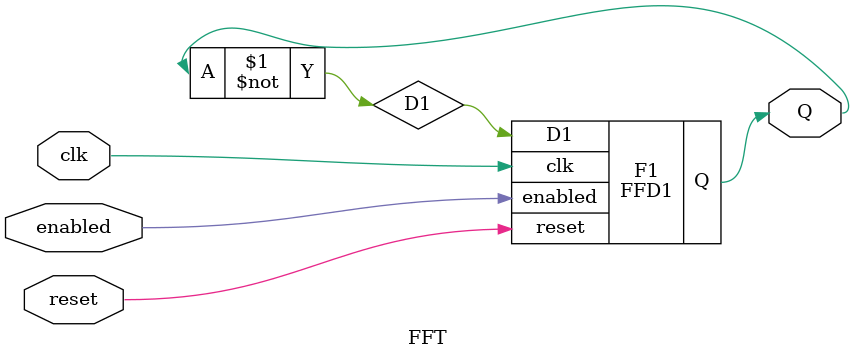
<source format=v>
module FFD1 (input wire D1, enabled, clk, reset, output reg Q);
always @(posedge clk or posedge enabled or posedge reset) begin

  if (reset)
    Q<=0;
  else if (enabled)
    Q<=D1;
  end
endmodule

module FFT (input wire clk, enabled, reset, output wire Q);
  wire D1;
  not (D1, Q);

FFD1 F1 (D1, enabled, clk, reset, Q);


endmodule

</source>
